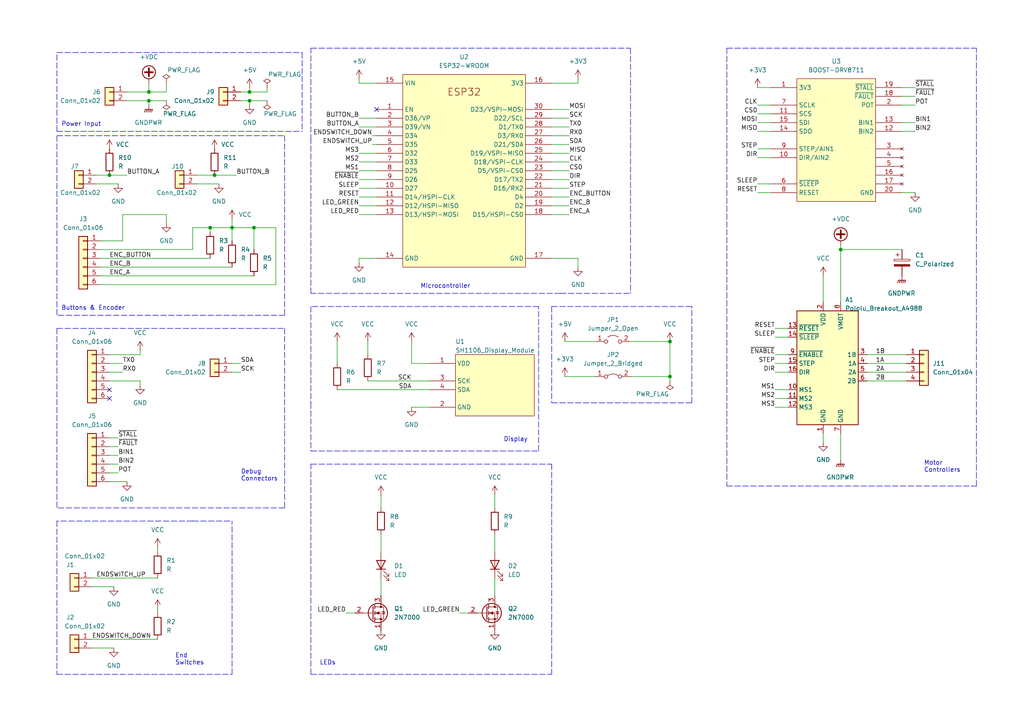
<source format=kicad_sch>
(kicad_sch (version 20211123) (generator eeschema)
  (paper "A4")
  (title_block (title "Router Lift Proto1") (date "2022-04-09") (rev "000") (company "MuMaLab"))
  (lib_symbols
    (symbol "Connector_Generic:Conn_01x02" (pin_names (offset 1.016) hide)
      (property "Reference" "J" (at 0 2.54 0))
      (property "Value" "Conn_01x02" (at 0 -5.08 0))
      (symbol "Conn_01x02_1_1"
        (rectangle (start -1.27 -2.413) (end 0 -2.667) (stroke (width 0.1524)))
        (rectangle (start -1.27 0.127) (end 0 -0.127) (stroke (width 0.1524)))
        (rectangle (start -1.27 1.27) (end 1.27 -3.81) (stroke (width 0.254)) (fill (type background)))
        (pin passive line (at -5.08 0 0) (length 3.81) (name "Pin_1") (number "1"))
        (pin passive line (at -5.08 -2.54 0) (length 3.81) (name "Pin_2") (number "2"))
      )
    )
    (symbol "Connector_Generic:Conn_01x04" (pin_names (offset 1.016) hide)
      (property "Reference" "J" (at 0 5.08 0))
      (property "Value" "Conn_01x04" (at 0 -7.62 0))
      (symbol "Conn_01x04_1_1"
        (rectangle (start -1.27 -4.953) (end 0 -5.207) (stroke (width 0.1524)))
        (rectangle (start -1.27 -2.413) (end 0 -2.667) (stroke (width 0.1524)))
        (rectangle (start -1.27 0.127) (end 0 -0.127) (stroke (width 0.1524)))
        (rectangle (start -1.27 2.667) (end 0 2.413) (stroke (width 0.1524)))
        (rectangle (start -1.27 3.81) (end 1.27 -6.35) (stroke (width 0.254)) (fill (type background)))
        (pin passive line (at -5.08 2.54 0) (length 3.81) (name "Pin_1") (number "1"))
        (pin passive line (at -5.08 0 0) (length 3.81) (name "Pin_2") (number "2"))
        (pin passive line (at -5.08 -2.54 0) (length 3.81) (name "Pin_3") (number "3"))
        (pin passive line (at -5.08 -5.08 0) (length 3.81) (name "Pin_4") (number "4"))
      )
    )
    (symbol "Connector_Generic:Conn_01x06" (pin_names (offset 1.016) hide)
      (property "Reference" "J" (at 0 7.62 0))
      (property "Value" "Conn_01x06" (at 0 -10.16 0))
      (symbol "Conn_01x06_1_1"
        (rectangle (start -1.27 -7.493) (end 0 -7.747) (stroke (width 0.1524)))
        (rectangle (start -1.27 -4.953) (end 0 -5.207) (stroke (width 0.1524)))
        (rectangle (start -1.27 -2.413) (end 0 -2.667) (stroke (width 0.1524)))
        (rectangle (start -1.27 0.127) (end 0 -0.127) (stroke (width 0.1524)))
        (rectangle (start -1.27 2.667) (end 0 2.413) (stroke (width 0.1524)))
        (rectangle (start -1.27 5.207) (end 0 4.953) (stroke (width 0.1524)))
        (rectangle (start -1.27 6.35) (end 1.27 -8.89) (stroke (width 0.254)) (fill (type background)))
        (pin passive line (at -5.08 5.08 0) (length 3.81) (name "Pin_1") (number "1"))
        (pin passive line (at -5.08 2.54 0) (length 3.81) (name "Pin_2") (number "2"))
        (pin passive line (at -5.08 0 0) (length 3.81) (name "Pin_3") (number "3"))
        (pin passive line (at -5.08 -2.54 0) (length 3.81) (name "Pin_4") (number "4"))
        (pin passive line (at -5.08 -5.08 0) (length 3.81) (name "Pin_5") (number "5"))
        (pin passive line (at -5.08 -7.62 0) (length 3.81) (name "Pin_6") (number "6"))
      )
    )
    (symbol "Device:C_Polarized" (pin_numbers hide) (pin_names (offset 0.254))
      (property "Reference" "C" (at 0.635 2.54 0))
      (property "Value" "C_Polarized" (at 0.635 -2.54 0))
      (symbol "C_Polarized_0_1"
        (rectangle (start -2.286 0.508) (end 2.286 1.016))
        (polyline (pts (xy -1.778 2.286) (xy -0.762 2.286)))
        (polyline (pts (xy -1.27 2.794) (xy -1.27 1.778)))
        (rectangle (start 2.286 -0.508) (end -2.286 -1.016) (fill (type outline)))
      )
      (symbol "C_Polarized_1_1"
        (pin passive line (at 0 3.81 270) (length 2.794) (name "~") (number "1"))
        (pin passive line (at 0 -3.81 90) (length 2.794) (name "~") (number "2"))
      )
    )
    (symbol "Device:LED" (pin_numbers hide) (pin_names (offset 1.016) hide)
      (property "Reference" "D" (at 0 2.54 0))
      (property "Value" "LED" (at 0 -2.54 0))
      (symbol "LED_0_1"
        (polyline (pts (xy -1.27 -1.27) (xy -1.27 1.27)) (stroke (width 0.254)))
        (polyline (pts (xy -1.27 0) (xy 1.27 0)))
        (polyline (pts (xy 1.27 -1.27) (xy 1.27 1.27) (xy -1.27 0) (xy 1.27 -1.27)) (stroke (width 0.254)))
        (polyline (pts (xy -3.048 -0.762) (xy -4.572 -2.286) (xy -3.81 -2.286) (xy -4.572 -2.286) (xy -4.572 -1.524)))
        (polyline (pts (xy -1.778 -0.762) (xy -3.302 -2.286) (xy -2.54 -2.286) (xy -3.302 -2.286) (xy -3.302 -1.524)))
      )
      (symbol "LED_1_1"
        (pin passive line (at -3.81 0 0) (length 2.54) (name "K") (number "1"))
        (pin passive line (at 3.81 0 180) (length 2.54) (name "A") (number "2"))
      )
    )
    (symbol "Device:R" (pin_numbers hide) (pin_names (offset 0))
      (property "Reference" "R" (at 2.032 0 90))
      (property "Value" "R" (at 0 0 90))
      (symbol "R_0_1"
        (rectangle (start -1.016 -2.54) (end 1.016 2.54) (stroke (width 0.254)))
      )
      (symbol "R_1_1"
        (pin passive line (at 0 3.81 270) (length 1.27) (name "~") (number "1"))
        (pin passive line (at 0 -3.81 90) (length 1.27) (name "~") (number "2"))
      )
    )
    (symbol "Display_Module:SH1106_Display_Module"
      (property "Reference" "U" (at 0 5.08 0))
      (property "Value" "SH1106_Display_Module" (at 0 2.54 0))
      (symbol "SH1106_Display_Module_0_0"
        (rectangle (start 0 2.54) (end 22.86 -15.24) (fill (type background)))
      )
      (symbol "SH1106_Display_Module_1_1"
        (pin power_in line (at -7.62 0 0) (length 7.62) (name "VDD") (number "1"))
        (pin power_in line (at -7.62 -12.7 0) (length 7.62) (name "GND") (number "2"))
        (pin input line (at -7.62 -5.08 0) (length 7.62) (name "SCK") (number "3"))
        (pin bidirectional line (at -7.62 -7.62 0) (length 7.62) (name "SDA") (number "4"))
      )
    )
    (symbol "Driver_Motor:BOOST-DRV8711"
      (property "Reference" "U" (at -7.62 2.54 0))
      (property "Value" "BOOST-DRV8711" (at -7.62 0 0))
      (symbol "BOOST-DRV8711_0_1"
        (rectangle (start -7.62 0) (end 15.24 -35.56) (fill (type background)))
      )
      (symbol "BOOST-DRV8711_1_1"
        (pin power_in line (at -15.24 -2.54 0) (length 7.62) (name "3V3") (number "1"))
        (pin input line (at -15.24 -22.86 0) (length 7.62) (name "DIR/AIN2") (number "10"))
        (pin input line (at -15.24 -10.16 0) (length 7.62) (name "SCS") (number "11"))
        (pin output line (at 22.86 -15.24 180) (length 7.62) (name "BIN2") (number "12"))
        (pin output line (at 22.86 -12.7 180) (length 7.62) (name "BIN1") (number "13"))
        (pin output line (at -15.24 -15.24 0) (length 7.62) (name "SDO") (number "14"))
        (pin input line (at -15.24 -12.7 0) (length 7.62) (name "SDI") (number "15"))
        (pin no_connect line (at 22.86 -27.94 180) (length 7.62) (name "") (number "16"))
        (pin no_connect line (at 22.86 -30.48 180) (length 7.62) (name "") (number "17"))
        (pin output line (at 22.86 -5.08 180) (length 7.62) (name "~{FAULT}") (number "18"))
        (pin output line (at 22.86 -2.54 180) (length 7.62) (name "~{STALL}") (number "19"))
        (pin output line (at 22.86 -7.62 180) (length 7.62) (name "POT") (number "2"))
        (pin power_in line (at 22.86 -33.02 180) (length 7.62) (name "GND") (number "20"))
        (pin no_connect line (at 22.86 -20.32 180) (length 7.62) (name "") (number "3"))
        (pin no_connect line (at 22.86 -22.86 180) (length 7.62) (name "") (number "4"))
        (pin no_connect line (at 22.86 -25.4 180) (length 7.62) (name "") (number "5"))
        (pin input line (at -15.24 -30.48 0) (length 7.62) (name "~{SLEEP}") (number "6"))
        (pin input line (at -15.24 -7.62 0) (length 7.62) (name "SCLK") (number "7"))
        (pin input line (at -15.24 -33.02 0) (length 7.62) (name "RESET") (number "8"))
        (pin input line (at -15.24 -20.32 0) (length 7.62) (name "STEP/AIN1") (number "9"))
      )
    )
    (symbol "Driver_Motor:Pololu_Breakout_A4988"
      (property "Reference" "A" (at -2.54 19.05 0))
      (property "Value" "Pololu_Breakout_A4988" (at -2.54 16.51 0))
      (symbol "Pololu_Breakout_A4988_0_1"
        (rectangle (start 10.16 -17.78) (end -7.62 15.24) (stroke (width 0.254)) (fill (type background)))
      )
      (symbol "Pololu_Breakout_A4988_1_1"
        (pin power_in line (at 0 -20.32 90) (length 2.54) (name "GND") (number "1"))
        (pin input line (at -10.16 -7.62 0) (length 2.54) (name "MS1") (number "10"))
        (pin input line (at -10.16 -10.16 0) (length 2.54) (name "MS2") (number "11"))
        (pin input line (at -10.16 -12.7 0) (length 2.54) (name "MS3") (number "12"))
        (pin input line (at -10.16 10.16 0) (length 2.54) (name "~{RESET}") (number "13"))
        (pin input line (at -10.16 7.62 0) (length 2.54) (name "~{SLEEP}") (number "14"))
        (pin input line (at -10.16 0 0) (length 2.54) (name "STEP") (number "15"))
        (pin input line (at -10.16 -2.54 0) (length 2.54) (name "DIR") (number "16"))
        (pin power_in line (at 0 17.78 270) (length 2.54) (name "VDD") (number "2"))
        (pin output line (at 12.7 2.54 180) (length 2.54) (name "1B") (number "3"))
        (pin output line (at 12.7 0 180) (length 2.54) (name "1A") (number "4"))
        (pin output line (at 12.7 -2.54 180) (length 2.54) (name "2A") (number "5"))
        (pin output line (at 12.7 -5.08 180) (length 2.54) (name "2B") (number "6"))
        (pin power_in line (at 5.08 -20.32 90) (length 2.54) (name "GND") (number "7"))
        (pin power_in line (at 5.08 17.78 270) (length 2.54) (name "VMOT") (number "8"))
        (pin input line (at -10.16 2.54 0) (length 2.54) (name "~{ENABLE}") (number "9"))
      )
    )
    (symbol "ESP32-DevKits:ESP32-WROOM"
      (property "Reference" "U" (at -17.78 35.56 0))
      (property "Value" "ESP32-WROOM" (at -17.78 33.02 0))
      (symbol "ESP32-WROOM_0_0"
        (text "ESP32" (at 0 27.94 0) (effects (font (size 2.032 2.032))))
      )
      (symbol "ESP32-WROOM_0_1"
        (rectangle (start -17.78 33.02) (end 17.78 -22.86) (fill (type background)))
      )
      (symbol "ESP32-WROOM_1_1"
        (pin input line (at -25.4 22.86 0) (length 7.62) (name "EN") (number "1"))
        (pin bidirectional line (at -25.4 0 0) (length 7.62) (name "D27") (number "10"))
        (pin bidirectional line (at -25.4 -2.54 0) (length 7.62) (name "D14/HSPI-CLK") (number "11"))
        (pin bidirectional line (at -25.4 -5.08 0) (length 7.62) (name "D12/HSPI-MISO") (number "12"))
        (pin bidirectional line (at -25.4 -7.62 0) (length 7.62) (name "D13/HSPI-MOSI") (number "13"))
        (pin power_in line (at -25.4 -20.32 0) (length 7.62) (name "GND") (number "14"))
        (pin power_in line (at -25.4 30.48 0) (length 7.62) (name "VIN") (number "15"))
        (pin power_out line (at 25.4 30.48 180) (length 7.62) (name "3V3") (number "16"))
        (pin power_in line (at 25.4 -20.32 180) (length 7.62) (name "GND") (number "17"))
        (pin bidirectional line (at 25.4 -7.62 180) (length 7.62) (name "D15/HSPI-CS0") (number "18"))
        (pin bidirectional line (at 25.4 -5.08 180) (length 7.62) (name "D2") (number "19"))
        (pin input line (at -25.4 20.32 0) (length 7.62) (name "D36/VP") (number "2"))
        (pin bidirectional line (at 25.4 -2.54 180) (length 7.62) (name "D4") (number "20"))
        (pin bidirectional line (at 25.4 0 180) (length 7.62) (name "D16/RX2") (number "21"))
        (pin bidirectional line (at 25.4 2.54 180) (length 7.62) (name "D17/TX2") (number "22"))
        (pin bidirectional line (at 25.4 5.08 180) (length 7.62) (name "D5/VSPI-CS0") (number "23"))
        (pin bidirectional line (at 25.4 7.62 180) (length 7.62) (name "D18/VSPI-CLK") (number "24"))
        (pin bidirectional line (at 25.4 10.16 180) (length 7.62) (name "D19/VSPI-MISO") (number "25"))
        (pin bidirectional line (at 25.4 12.7 180) (length 7.62) (name "D21/SDA") (number "26"))
        (pin bidirectional line (at 25.4 15.24 180) (length 7.62) (name "D3/RX0") (number "27"))
        (pin bidirectional line (at 25.4 17.78 180) (length 7.62) (name "D1/TX0") (number "28"))
        (pin bidirectional line (at 25.4 20.32 180) (length 7.62) (name "D22/SCL") (number "29"))
        (pin input line (at -25.4 17.78 0) (length 7.62) (name "D39/VN") (number "3"))
        (pin bidirectional line (at 25.4 22.86 180) (length 7.62) (name "D23/VSPI-MOSI") (number "30"))
        (pin input line (at -25.4 15.24 0) (length 7.62) (name "D34") (number "4"))
        (pin input line (at -25.4 12.7 0) (length 7.62) (name "D35") (number "5"))
        (pin bidirectional line (at -25.4 10.16 0) (length 7.62) (name "D32") (number "6"))
        (pin bidirectional line (at -25.4 7.62 0) (length 7.62) (name "D33") (number "7"))
        (pin bidirectional line (at -25.4 5.08 0) (length 7.62) (name "D25") (number "8"))
        (pin bidirectional line (at -25.4 2.54 0) (length 7.62) (name "D26") (number "9"))
      )
    )
    (symbol "Jumper:Jumper_2_Bridged" (pin_names (offset 0) hide)
      (property "Reference" "JP" (at 0 1.905 0))
      (property "Value" "Jumper_2_Bridged" (at 0 -2.54 0))
      (symbol "Jumper_2_Bridged_0_0"
        (circle (center -2.032 0) (radius 0.508))
        (circle (center 2.032 0) (radius 0.508))
      )
      (symbol "Jumper_2_Bridged_0_1"
        (arc (start 1.524 0.254) (mid 0 0.762) (end -1.524 0.254))
      )
      (symbol "Jumper_2_Bridged_1_1"
        (pin passive line (at -5.08 0 0) (length 2.54) (name "A") (number "1"))
        (pin passive line (at 5.08 0 180) (length 2.54) (name "B") (number "2"))
      )
    )
    (symbol "Jumper:Jumper_2_Open" (pin_names (offset 0) hide)
      (property "Reference" "JP" (at 0 2.794 0))
      (property "Value" "Jumper_2_Open" (at 0 -2.286 0))
      (symbol "Jumper_2_Open_0_0"
        (circle (center -2.032 0) (radius 0.508))
        (circle (center 2.032 0) (radius 0.508))
      )
      (symbol "Jumper_2_Open_0_1"
        (arc (start 1.524 1.27) (mid 0 1.778) (end -1.524 1.27))
      )
      (symbol "Jumper_2_Open_1_1"
        (pin passive line (at -5.08 0 0) (length 2.54) (name "A") (number "1"))
        (pin passive line (at 5.08 0 180) (length 2.54) (name "B") (number "2"))
      )
    )
    (symbol "Transistor_FET:2N7000" (pin_names hide)
      (property "Reference" "Q" (at 5.08 1.905 0))
      (property "Value" "2N7000" (at 5.08 0 0))
      (symbol "2N7000_0_1"
        (polyline (pts (xy 0.254 0) (xy -2.54 0)))
        (polyline (pts (xy 0.254 1.905) (xy 0.254 -1.905)) (stroke (width 0.254)))
        (polyline (pts (xy 0.762 -1.27) (xy 0.762 -2.286)) (stroke (width 0.254)))
        (polyline (pts (xy 0.762 0.508) (xy 0.762 -0.508)) (stroke (width 0.254)))
        (polyline (pts (xy 0.762 2.286) (xy 0.762 1.27)) (stroke (width 0.254)))
        (polyline (pts (xy 2.54 2.54) (xy 2.54 1.778)))
        (polyline (pts (xy 2.54 -2.54) (xy 2.54 0) (xy 0.762 0)))
        (polyline (pts (xy 0.762 -1.778) (xy 3.302 -1.778) (xy 3.302 1.778) (xy 0.762 1.778)))
        (polyline (pts (xy 1.016 0) (xy 2.032 0.381) (xy 2.032 -0.381) (xy 1.016 0)) (fill (type outline)))
        (polyline (pts (xy 2.794 0.508) (xy 2.921 0.381) (xy 3.683 0.381) (xy 3.81 0.254)))
        (polyline (pts (xy 3.302 0.381) (xy 2.921 -0.254) (xy 3.683 -0.254) (xy 3.302 0.381)))
        (circle (center 1.651 0) (radius 2.794) (stroke (width 0.254)))
        (circle (center 2.54 -1.778) (radius 0.254) (fill (type outline)))
        (circle (center 2.54 1.778) (radius 0.254) (fill (type outline)))
      )
      (symbol "2N7000_1_1"
        (pin passive line (at 2.54 -5.08 90) (length 2.54) (name "S") (number "1"))
        (pin input line (at -5.08 0 0) (length 2.54) (name "G") (number "2"))
        (pin passive line (at 2.54 5.08 270) (length 2.54) (name "D") (number "3"))
      )
    )
    (symbol "power:+3.3V" (power) (pin_names (offset 0))
      (property "Value" "+3.3V" (at 0 3.556 0))
      (symbol "+3.3V_0_1"
        (polyline (pts (xy -0.762 1.27) (xy 0 2.54)))
        (polyline (pts (xy 0 0) (xy 0 2.54)))
        (polyline (pts (xy 0 2.54) (xy 0.762 1.27)))
      )
      (symbol "+3.3V_1_1"
        (pin power_in line (at 0 0 90) (length 0) hide (name "+3V3") (number "1"))
      )
    )
    (symbol "power:+5V" (power) (pin_names (offset 0))
      (property "Value" "+5V" (at 0 3.556 0))
      (symbol "+5V_0_1"
        (polyline (pts (xy -0.762 1.27) (xy 0 2.54)))
        (polyline (pts (xy 0 0) (xy 0 2.54)))
        (polyline (pts (xy 0 2.54) (xy 0.762 1.27)))
      )
      (symbol "+5V_1_1"
        (pin power_in line (at 0 0 90) (length 0) hide (name "+5V") (number "1"))
      )
    )
    (symbol "power:+VDC" (power) (pin_names (offset 0))
      (property "Value" "+VDC" (at 0 6.35 0))
      (symbol "+VDC_0_1"
        (polyline (pts (xy -1.143 3.175) (xy 1.143 3.175)) (stroke (width 0.508)))
        (polyline (pts (xy 0 0) (xy 0 1.27)))
        (polyline (pts (xy 0 2.032) (xy 0 4.318)) (stroke (width 0.508)))
        (circle (center 0 3.175) (radius 1.905) (stroke (width 0.254)))
      )
      (symbol "+VDC_1_1"
        (pin power_in line (at 0 0 90) (length 0) hide (name "+VDC") (number "1"))
      )
    )
    (symbol "power:GND" (power) (pin_names (offset 0))
      (property "Value" "GND" (at 0 -3.81 0))
      (symbol "GND_0_1"
        (polyline (pts (xy 0 0) (xy 0 -1.27) (xy 1.27 -1.27) (xy 0 -2.54) (xy -1.27 -1.27) (xy 0 -1.27)))
      )
      (symbol "GND_1_1"
        (pin power_in line (at 0 0 270) (length 0) hide (name "GND") (number "1"))
      )
    )
    (symbol "power:GNDPWR" (power) (pin_names (offset 0))
      (property "Value" "GNDPWR" (at 0 -3.302 0))
      (symbol "GNDPWR_0_1"
        (polyline (pts (xy 0 -1.27) (xy 0 0)))
        (polyline (pts (xy -1.016 -1.27) (xy -1.27 -2.032) (xy -1.27 -2.032)) (stroke (width 0.2032)))
        (polyline (pts (xy -0.508 -1.27) (xy -0.762 -2.032) (xy -0.762 -2.032)) (stroke (width 0.2032)))
        (polyline (pts (xy 0 -1.27) (xy -0.254 -2.032) (xy -0.254 -2.032)) (stroke (width 0.2032)))
        (polyline (pts (xy 0.508 -1.27) (xy 0.254 -2.032) (xy 0.254 -2.032)) (stroke (width 0.2032)))
        (polyline (pts (xy 1.016 -1.27) (xy -1.016 -1.27) (xy -1.016 -1.27)) (stroke (width 0.2032)))
        (polyline (pts (xy 1.016 -1.27) (xy 0.762 -2.032) (xy 0.762 -2.032) (xy 0.762 -2.032)) (stroke (width 0.2032)))
      )
      (symbol "GNDPWR_1_1"
        (pin power_in line (at 0 0 270) (length 0) hide (name "GNDPWR") (number "1"))
      )
    )
    (symbol "power:PWR_FLAG" (power) (pin_numbers hide) (pin_names (offset 0) hide)
      (property "Value" "PWR_FLAG" (at 0 3.81 0))
      (symbol "PWR_FLAG_0_0"
        (pin power_out line (at 0 0 90) (length 0) (name "pwr") (number "1"))
      )
      (symbol "PWR_FLAG_0_1"
        (polyline (pts (xy 0 0) (xy 0 1.27) (xy -1.016 1.905) (xy 0 2.54) (xy 1.016 1.905) (xy 0 1.27)))
      )
    )
    (symbol "power:VCC" (power) (pin_names (offset 0))
      (property "Value" "VCC" (at 0 3.81 0))
      (symbol "VCC_0_1"
        (polyline (pts (xy -0.762 1.27) (xy 0 2.54)))
        (polyline (pts (xy 0 0) (xy 0 2.54)))
        (polyline (pts (xy 0 2.54) (xy 0.762 1.27)))
      )
      (symbol "VCC_1_1"
        (pin power_in line (at 0 0 90) (length 0) hide (name "VCC") (number "1"))
      )
    )
  )
  (junction (at 73.66 66.04))
  (junction (at 31.75 50.8))
  (junction (at 60.96 66.04))
  (junction (at 72.39 29.21))
  (junction (at 72.39 26.67))
  (junction (at 243.84 72.39))
  (junction (at 194.31 109.22))
  (junction (at 67.31 66.04))
  (junction (at 43.18 26.67))
  (junction (at 62.23 50.8))
  (junction (at 43.18 29.21))
  (junction (at 194.31 99.06))
  (no_connect (at 109.22 31.75))
  (no_connect (at 31.75 115.57))
  (no_connect (at 31.75 113.03))
  (wire (pts (xy 160.02 39.37) (xy 165.1 39.37)))
  (wire (pts (xy 26.67 167.64) (xy 45.72 167.64)))
  (polyline (pts (xy 90.17 88.9) (xy 90.17 116.84)))
  (polyline (pts (xy 67.31 195.58) (xy 67.31 151.13)))
  (wire (pts (xy 143.51 167.64) (xy 143.51 172.72)))
  (wire (pts (xy 251.46 105.41) (xy 262.89 105.41)))
  (polyline (pts (xy 210.82 13.97) (xy 283.21 13.97)))
  (wire (pts (xy 29.21 77.47) (xy 67.31 77.47)))
  (polyline (pts (xy 160.02 134.62) (xy 160.02 195.58)))
  (wire (pts (xy 251.46 107.95) (xy 262.89 107.95)))
  (wire (pts (xy 31.75 105.41) (xy 35.56 105.41)))
  (wire (pts (xy 261.62 35.56) (xy 265.43 35.56)))
  (wire (pts (xy 45.72 176.53) (xy 45.72 177.8)))
  (wire (pts (xy 160.02 54.61) (xy 165.1 54.61)))
  (polyline (pts (xy 55.88 151.13) (xy 67.31 151.13)))
  (wire (pts (xy 243.84 71.12) (xy 243.84 72.39)))
  (wire (pts (xy 31.75 50.8) (xy 36.83 50.8)))
  (wire (pts (xy 104.14 54.61) (xy 109.22 54.61)))
  (wire (pts (xy 72.39 29.21) (xy 77.47 29.21)))
  (wire (pts (xy 251.46 110.49) (xy 262.89 110.49)))
  (wire (pts (xy 31.75 102.87) (xy 40.64 102.87)))
  (wire (pts (xy 104.14 62.23) (xy 109.22 62.23)))
  (wire (pts (xy 77.47 25.4) (xy 77.47 26.67)))
  (wire (pts (xy 104.14 59.69) (xy 109.22 59.69)))
  (wire (pts (xy 110.49 167.64) (xy 110.49 172.72)))
  (wire (pts (xy 73.66 66.04) (xy 67.31 66.04)))
  (wire (pts (xy 29.21 82.55) (xy 80.01 82.55)))
  (wire (pts (xy 72.39 26.67) (xy 77.47 26.67)))
  (wire (pts (xy 107.95 41.91) (xy 109.22 41.91)))
  (wire (pts (xy 219.71 43.18) (xy 223.52 43.18)))
  (wire (pts (xy 261.62 27.94) (xy 265.43 27.94)))
  (polyline (pts (xy 182.88 13.97) (xy 182.88 85.09)))
  (wire (pts (xy 104.14 36.83) (xy 109.22 36.83)))
  (wire (pts (xy 55.88 66.04) (xy 60.96 66.04)))
  (wire (pts (xy 57.15 50.8) (xy 62.23 50.8)))
  (wire (pts (xy 31.75 134.62) (xy 34.29 134.62)))
  (polyline (pts (xy 16.51 15.24) (xy 87.63 15.24)))
  (wire (pts (xy 43.18 29.21) (xy 48.26 29.21)))
  (wire (pts (xy 104.14 46.99) (xy 109.22 46.99)))
  (wire (pts (xy 160.02 44.45) (xy 165.1 44.45)))
  (wire (pts (xy 160.02 24.13) (xy 167.64 24.13)))
  (wire (pts (xy 106.68 99.06) (xy 106.68 102.87)))
  (wire (pts (xy 110.49 154.94) (xy 110.49 160.02)))
  (wire (pts (xy 26.67 187.96) (xy 33.02 187.96)))
  (polyline (pts (xy 156.21 130.81) (xy 156.21 88.9)))
  (polyline (pts (xy 16.51 38.1) (xy 87.63 38.1)))
  (wire (pts (xy 133.35 177.8) (xy 135.89 177.8)))
  (wire (pts (xy 40.64 110.49) (xy 40.64 111.76)))
  (wire (pts (xy 29.21 74.93) (xy 60.96 74.93)))
  (polyline (pts (xy 16.51 151.13) (xy 16.51 195.58)))
  (wire (pts (xy 219.71 33.02) (xy 223.52 33.02)))
  (polyline (pts (xy 160.02 88.9) (xy 200.66 88.9)))
  (wire (pts (xy 57.15 53.34) (xy 63.5 53.34)))
  (polyline (pts (xy 16.51 39.37) (xy 16.51 91.44)))
  (wire (pts (xy 104.14 52.07) (xy 109.22 52.07)))
  (wire (pts (xy 182.88 99.06) (xy 194.31 99.06)))
  (wire (pts (xy 110.49 143.51) (xy 110.49 147.32)))
  (wire (pts (xy 224.79 105.41) (xy 228.6 105.41)))
  (wire (pts (xy 261.62 38.1) (xy 265.43 38.1)))
  (polyline (pts (xy 162.56 85.09) (xy 90.17 85.09)))
  (wire (pts (xy 251.46 102.87) (xy 262.89 102.87)))
  (wire (pts (xy 224.79 115.57) (xy 228.6 115.57)))
  (polyline (pts (xy 90.17 130.81) (xy 156.21 130.81)))
  (wire (pts (xy 31.75 137.16) (xy 34.29 137.16)))
  (polyline (pts (xy 210.82 140.97) (xy 283.21 140.97)))
  (wire (pts (xy 261.62 55.88) (xy 265.43 55.88)))
  (wire (pts (xy 69.85 26.67) (xy 72.39 26.67)))
  (wire (pts (xy 97.79 113.03) (xy 124.46 113.03)))
  (wire (pts (xy 143.51 143.51) (xy 143.51 147.32)))
  (wire (pts (xy 109.22 24.13) (xy 104.14 24.13)))
  (wire (pts (xy 224.79 102.87) (xy 228.6 102.87)))
  (polyline (pts (xy 90.17 195.58) (xy 90.17 134.62)))
  (wire (pts (xy 261.62 30.48) (xy 265.43 30.48)))
  (wire (pts (xy 104.14 24.13) (xy 104.14 22.86)))
  (wire (pts (xy 60.96 66.04) (xy 67.31 66.04)))
  (wire (pts (xy 31.75 127) (xy 34.29 127)))
  (wire (pts (xy 27.94 50.8) (xy 31.75 50.8)))
  (polyline (pts (xy 162.56 85.09) (xy 182.88 85.09)))
  (wire (pts (xy 73.66 66.04) (xy 73.66 72.39)))
  (wire (pts (xy 160.02 46.99) (xy 165.1 46.99)))
  (wire (pts (xy 31.75 132.08) (xy 34.29 132.08)))
  (wire (pts (xy 80.01 66.04) (xy 73.66 66.04)))
  (polyline (pts (xy 82.55 39.37) (xy 82.55 91.44)))
  (wire (pts (xy 167.64 24.13) (xy 167.64 22.86)))
  (polyline (pts (xy 210.82 13.97) (xy 210.82 140.97)))
  (polyline (pts (xy 82.55 91.44) (xy 16.51 91.44)))
  (wire (pts (xy 43.18 26.67) (xy 43.18 24.13)))
  (wire (pts (xy 163.83 109.22) (xy 172.72 109.22)))
  (wire (pts (xy 60.96 67.31) (xy 60.96 66.04)))
  (polyline (pts (xy 16.51 38.1) (xy 16.51 15.24)))
  (wire (pts (xy 31.75 129.54) (xy 34.29 129.54)))
  (wire (pts (xy 224.79 113.03) (xy 228.6 113.03)))
  (wire (pts (xy 29.21 69.85) (xy 35.56 69.85)))
  (polyline (pts (xy 156.21 88.9) (xy 90.17 88.9)))
  (wire (pts (xy 40.64 102.87) (xy 40.64 101.6)))
  (wire (pts (xy 104.14 44.45) (xy 109.22 44.45)))
  (wire (pts (xy 67.31 66.04) (xy 67.31 69.85)))
  (wire (pts (xy 243.84 72.39) (xy 243.84 87.63)))
  (wire (pts (xy 26.67 185.42) (xy 45.72 185.42)))
  (polyline (pts (xy 90.17 116.84) (xy 90.17 130.81)))
  (polyline (pts (xy 16.51 95.25) (xy 16.51 147.32)))
  (wire (pts (xy 160.02 31.75) (xy 165.1 31.75)))
  (polyline (pts (xy 90.17 134.62) (xy 160.02 134.62)))
  (wire (pts (xy 69.85 29.21) (xy 72.39 29.21)))
  (polyline (pts (xy 160.02 88.9) (xy 160.02 116.84)))
  (wire (pts (xy 219.71 35.56) (xy 223.52 35.56)))
  (wire (pts (xy 160.02 62.23) (xy 165.1 62.23)))
  (wire (pts (xy 219.71 38.1) (xy 223.52 38.1)))
  (wire (pts (xy 62.23 50.8) (xy 68.58 50.8)))
  (wire (pts (xy 67.31 107.95) (xy 69.85 107.95)))
  (wire (pts (xy 48.26 62.23) (xy 48.26 64.77)))
  (wire (pts (xy 219.71 55.88) (xy 223.52 55.88)))
  (wire (pts (xy 119.38 105.41) (xy 124.46 105.41)))
  (polyline (pts (xy 16.51 39.37) (xy 82.55 39.37)))
  (wire (pts (xy 26.67 170.18) (xy 33.02 170.18)))
  (wire (pts (xy 35.56 62.23) (xy 48.26 62.23)))
  (wire (pts (xy 243.84 72.39) (xy 261.62 72.39)))
  (wire (pts (xy 100.33 177.8) (xy 102.87 177.8)))
  (wire (pts (xy 80.01 82.55) (xy 80.01 66.04)))
  (wire (pts (xy 45.72 158.75) (xy 45.72 160.02)))
  (wire (pts (xy 119.38 99.06) (xy 119.38 105.41)))
  (polyline (pts (xy 200.66 116.84) (xy 200.66 88.9)))
  (wire (pts (xy 36.83 29.21) (xy 43.18 29.21)))
  (wire (pts (xy 35.56 69.85) (xy 35.56 62.23)))
  (wire (pts (xy 143.51 154.94) (xy 143.51 160.02)))
  (polyline (pts (xy 160.02 116.84) (xy 200.66 116.84)))
  (polyline (pts (xy 90.17 40.64) (xy 90.17 13.97)))
  (polyline (pts (xy 82.55 147.32) (xy 16.51 147.32)))
  (wire (pts (xy 224.79 97.79) (xy 228.6 97.79)))
  (wire (pts (xy 160.02 52.07) (xy 165.1 52.07)))
  (polyline (pts (xy 55.88 151.13) (xy 16.51 151.13)))
  (polyline (pts (xy 90.17 85.09) (xy 90.17 40.64)))
  (polyline (pts (xy 82.55 95.25) (xy 82.55 147.32)))
  (wire (pts (xy 43.18 26.67) (xy 48.26 26.67)))
  (wire (pts (xy 160.02 49.53) (xy 165.1 49.53)))
  (polyline (pts (xy 90.17 13.97) (xy 182.88 13.97)))
  (wire (pts (xy 27.94 53.34) (xy 34.29 53.34)))
  (wire (pts (xy 31.75 110.49) (xy 40.64 110.49)))
  (wire (pts (xy 243.84 125.73) (xy 243.84 133.35)))
  (polyline (pts (xy 16.51 95.25) (xy 82.55 95.25)))
  (wire (pts (xy 119.38 118.11) (xy 124.46 118.11)))
  (wire (pts (xy 219.71 25.4) (xy 223.52 25.4)))
  (wire (pts (xy 238.76 87.63) (xy 238.76 80.01)))
  (wire (pts (xy 48.26 24.13) (xy 48.26 26.67)))
  (wire (pts (xy 224.79 95.25) (xy 228.6 95.25)))
  (wire (pts (xy 29.21 80.01) (xy 73.66 80.01)))
  (wire (pts (xy 238.76 125.73) (xy 238.76 128.27)))
  (wire (pts (xy 72.39 26.67) (xy 72.39 25.4)))
  (wire (pts (xy 31.75 139.7) (xy 36.83 139.7)))
  (wire (pts (xy 67.31 105.41) (xy 69.85 105.41)))
  (wire (pts (xy 55.88 72.39) (xy 55.88 66.04)))
  (wire (pts (xy 219.71 53.34) (xy 223.52 53.34)))
  (polyline (pts (xy 283.21 140.97) (xy 283.21 13.97)))
  (wire (pts (xy 167.64 74.93) (xy 167.64 77.47)))
  (wire (pts (xy 43.18 29.21) (xy 43.18 30.48)))
  (wire (pts (xy 219.71 45.72) (xy 223.52 45.72)))
  (wire (pts (xy 194.31 109.22) (xy 194.31 99.06)))
  (wire (pts (xy 261.62 25.4) (xy 265.43 25.4)))
  (wire (pts (xy 104.14 49.53) (xy 109.22 49.53)))
  (wire (pts (xy 160.02 59.69) (xy 165.1 59.69)))
  (wire (pts (xy 224.79 118.11) (xy 228.6 118.11)))
  (wire (pts (xy 104.14 74.93) (xy 104.14 76.2)))
  (wire (pts (xy 160.02 74.93) (xy 167.64 74.93)))
  (wire (pts (xy 160.02 34.29) (xy 165.1 34.29)))
  (wire (pts (xy 29.21 72.39) (xy 55.88 72.39)))
  (wire (pts (xy 194.31 109.22) (xy 194.31 110.49)))
  (wire (pts (xy 182.88 109.22) (xy 194.31 109.22)))
  (polyline (pts (xy 87.63 15.24) (xy 87.63 38.1)))
  (wire (pts (xy 163.83 99.06) (xy 172.72 99.06)))
  (wire (pts (xy 106.68 110.49) (xy 124.46 110.49)))
  (wire (pts (xy 109.22 74.93) (xy 104.14 74.93)))
  (wire (pts (xy 104.14 34.29) (xy 109.22 34.29)))
  (polyline (pts (xy 90.17 195.58) (xy 160.02 195.58)))
  (wire (pts (xy 107.95 39.37) (xy 109.22 39.37)))
  (wire (pts (xy 219.71 30.48) (xy 223.52 30.48)))
  (wire (pts (xy 160.02 57.15) (xy 165.1 57.15)))
  (wire (pts (xy 97.79 99.06) (xy 97.79 105.41)))
  (wire (pts (xy 104.14 57.15) (xy 109.22 57.15)))
  (wire (pts (xy 31.75 107.95) (xy 35.56 107.95)))
  (wire (pts (xy 36.83 26.67) (xy 43.18 26.67)))
  (wire (pts (xy 67.31 66.04) (xy 67.31 63.5)))
  (wire (pts (xy 160.02 36.83) (xy 165.1 36.83)))
  (polyline (pts (xy 16.51 195.58) (xy 67.31 195.58)))
  (wire (pts (xy 160.02 41.91) (xy 165.1 41.91)))
  (wire (pts (xy 224.79 107.95) (xy 228.6 107.95)))
  (wire (pts (xy 72.39 29.21) (xy 72.39 30.48)))
  (text "Debug\nConnectors" (at 69.85 139.7 0) (effects (font (size 1.27 1.27)) (justify left bottom)))
  (text "Buttons & Encoder" (at 17.78 90.17 0) (effects (font (size 1.27 1.27)) (justify left bottom)))
  (text "Power Input" (at 17.78 36.83 0) (effects (font (size 1.27 1.27)) (justify left bottom)))
  (text "Microcontroller" (at 121.92 83.82 0) (effects (font (size 1.27 1.27)) (justify left bottom)))
  (text "LEDs" (at 92.71 193.04 0) (effects (font (size 1.27 1.27)) (justify left bottom)))
  (text "Display" (at 146.05 128.27 0) (effects (font (size 1.27 1.27)) (justify left bottom)))
  (text "End\nSwitches" (at 50.8 193.04 0) (effects (font (size 1.27 1.27)) (justify left bottom)))
  (text "Motor \nControllers\n" (at 267.97 137.16 0) (effects (font (size 1.27 1.27)) (justify left bottom)))
  (label "LED_GREEN" (at 104.14 59.69 180))
  (label "SCK" (at 165.1 34.29 0))
  (label "SLEEP" (at 224.79 97.79 180))
  (label "BIN1" (at 34.29 132.08 0))
  (label "SDA" (at 119.38 113.03 180))
  (label "~{FAULT}" (at 34.29 129.54 0))
  (label "MISO" (at 219.71 38.1 180))
  (label "BUTTON_B" (at 104.14 34.29 180))
  (label "STEP" (at 165.1 54.61 0))
  (label "SDA" (at 69.85 105.41 0))
  (label "MS3" (at 224.79 118.11 180))
  (label "DIR" (at 224.79 107.95 180))
  (label "2B" (at 254 110.49 0))
  (label "STEP" (at 224.79 105.41 180))
  (label "SDA" (at 165.1 41.91 0))
  (label "DIR" (at 165.1 52.07 0))
  (label "ENDSWITCH_UP" (at 107.95 41.91 180))
  (label "RX0" (at 165.1 39.37 0))
  (label "ENDSWITCH_UP" (at 27.94 167.64 0))
  (label "~{FAULT}" (at 265.43 27.94 0))
  (label "MS2" (at 104.14 46.99 180))
  (label "~{ENABLE}" (at 104.14 52.07 180))
  (label "ENC_A" (at 165.1 62.23 0))
  (label "POT" (at 265.43 30.48 0))
  (label "1B" (at 254 102.87 0))
  (label "BIN2" (at 34.29 134.62 0))
  (label "BUTTON_A" (at 36.83 50.8 0))
  (label "BUTTON_A" (at 104.14 36.83 180))
  (label "MOSI" (at 219.71 35.56 180))
  (label "BIN1" (at 265.43 35.56 0))
  (label "~{STALL}" (at 265.43 25.4 0))
  (label "RX0" (at 35.56 107.95 0))
  (label "2A" (at 254 107.95 0))
  (label "LED_RED" (at 104.14 62.23 180))
  (label "BIN2" (at 265.43 38.1 0))
  (label "ENC_B" (at 165.1 59.69 0))
  (label "ENDSWITCH_DOWN" (at 107.95 39.37 180))
  (label "MS1" (at 104.14 49.53 180))
  (label "1A" (at 254 105.41 0))
  (label "ENC_BUTTON" (at 31.75 74.93 0))
  (label "CS0" (at 165.1 49.53 0))
  (label "TX0" (at 35.56 105.41 0))
  (label "CS0" (at 219.71 33.02 180))
  (label "STEP" (at 219.71 43.18 180))
  (label "DIR" (at 219.71 45.72 180))
  (label "~{STALL}" (at 34.29 127 0))
  (label "CLK" (at 165.1 46.99 0))
  (label "LED_RED" (at 100.33 177.8 180))
  (label "MS2" (at 224.79 115.57 180))
  (label "MISO" (at 165.1 44.45 0))
  (label "SLEEP" (at 104.14 54.61 180))
  (label "ENC_A" (at 31.75 80.01 0))
  (label "POT" (at 34.29 137.16 0))
  (label "TX0" (at 165.1 36.83 0))
  (label "LED_GREEN" (at 133.35 177.8 180))
  (label "RESET" (at 219.71 55.88 180))
  (label "SLEEP" (at 219.71 53.34 180))
  (label "ENC_BUTTON" (at 165.1 57.15 0))
  (label "RESET" (at 104.14 57.15 180))
  (label "SCK" (at 119.38 110.49 180))
  (label "ENC_B" (at 31.75 77.47 0))
  (label "BUTTON_B" (at 68.58 50.8 0))
  (label "MS3" (at 104.14 44.45 180))
  (label "SCK" (at 69.85 107.95 0))
  (label "ENDSWITCH_DOWN" (at 26.67 185.42 0))
  (label "MS1" (at 224.79 113.03 180))
  (label "RESET" (at 224.79 95.25 180))
  (label "MOSI" (at 165.1 31.75 0))
  (label "~{ENABLE}" (at 224.79 102.87 180))
  (label "CLK" (at 219.71 30.48 180))
  (symbol (lib_id "Connector_Generic:Conn_01x06") (at 24.13 74.93 0) (mirror y) (unit 1)
    (property "Reference" "J3" (at 24.13 63.5 0))
    (property "Value" "Conn_01x06" (at 24.13 66.04 0))
    (property "Footprint" "TerminalBlock_TE-Connectivity:TerminalBlock_TE_282834-6_1x06_P2.54mm_Horizontal" (effects hide))
    (property "Datasheet" "https://www.te.com/deu-de/product-282834-6.html" (effects hide))
  )
  (symbol (lib_id "Connector_Generic:Conn_01x02") (at 62.23 105.41 0) (mirror y) (unit 1)
    (property "Reference" "J8" (at 59.69 105.4099 0) (effects (justify left)))
    (property "Value" "Conn_01x02" (at 59.69 107.9499 0) (effects (justify left)))
    (property "Footprint" "TerminalBlock_TE-Connectivity:TerminalBlock_TE_282834-2_1x02_P2.54mm_Horizontal" (effects hide))
    (property "Datasheet" "https://www.te.com/deu-de/product-282834-2.html" (effects hide))
  )
  (symbol (lib_id "power:+VDC") (at 243.84 71.12 0) (unit 1)
    (property "Reference" "#PWR034" (effects hide))
    (property "Value" "+VDC" (at 243.84 63.5 0))
  )
  (symbol (lib_id "power:GND") (at 36.83 139.7 0) (unit 1)
    (property "Reference" "#PWR03" (effects hide))
    (property "Value" "GND" (at 36.83 144.78 0))
  )
  (symbol (lib_id "power:GND") (at 48.26 64.77 0) (unit 1)
    (property "Reference" "#PWR011" (effects hide))
    (property "Value" "GND" (at 48.26 69.85 0))
  )
  (symbol (lib_id "power:PWR_FLAG") (at 48.26 29.21 180) (unit 1)
    (property "Reference" "#FLG0104" (effects hide))
    (property "Value" "PWR_FLAG" (at 52.07 33.02 0))
  )
  (symbol (lib_id "power:GNDPWR") (at 243.84 133.35 0) (unit 1)
    (property "Reference" "#PWR035" (effects hide))
    (property "Value" "GNDPWR" (at 243.713 138.43 0))
  )
  (symbol (lib_id "power:GND") (at 40.64 111.76 0) (unit 1)
    (property "Reference" "#PWR05" (effects hide))
    (property "Value" "GND" (at 40.64 116.84 0))
  )
  (symbol (lib_id "power:VCC") (at 31.75 43.18 0) (unit 1)
    (property "Reference" "#PWR020" (effects hide))
    (property "Value" "VCC" (at 35.56 41.91 0))
  )
  (symbol (lib_id "power:+3.3V") (at 163.83 109.22 0) (unit 1)
    (property "Reference" "#PWR027" (effects hide))
    (property "Value" "+3.3V" (at 163.83 104.14 0))
  )
  (symbol (lib_id "power:VCC") (at 194.31 99.06 0) (unit 1)
    (property "Reference" "#PWR030" (effects hide))
    (property "Value" "VCC" (at 194.31 93.98 0))
  )
  (symbol (lib_id "power:GND") (at 119.38 118.11 0) (unit 1)
    (property "Reference" "#PWR023" (effects hide))
    (property "Value" "GND" (at 119.38 123.19 0))
  )
  (symbol (lib_id "Device:C_Polarized") (at 261.62 76.2 0) (unit 1)
    (property "Reference" "C1" (at 265.43 74.0409 0) (effects (justify left)))
    (property "Value" "C_Polarized" (at 265.43 76.5809 0) (effects (justify left)))
    (property "Footprint" "Capacitor_THT:CP_Radial_D6.3mm_P2.50mm" (effects hide))
  )
  (symbol (lib_id "power:+5V") (at 72.39 25.4 0) (unit 1)
    (property "Reference" "#PWR013" (effects hide))
    (property "Value" "+5V" (at 72.39 20.32 0))
  )
  (symbol (lib_id "power:GND") (at 34.29 53.34 0) (unit 1)
    (property "Reference" "#PWR08" (effects hide))
    (property "Value" "GND" (at 34.29 58.42 0))
  )
  (symbol (lib_id "Device:R") (at 60.96 71.12 0) (unit 1)
    (property "Reference" "R3" (at 63.5 69.8499 0) (effects (justify left)))
    (property "Value" "R" (at 63.5 72.3899 0) (effects (justify left)))
    (property "Footprint" "Resistor_THT:R_Axial_DIN0207_L6.3mm_D2.5mm_P10.16mm_Horizontal" (effects hide))
  )
  (symbol (lib_id "power:VCC") (at 97.79 99.06 0) (unit 1)
    (property "Reference" "#PWR016" (effects hide))
    (property "Value" "VCC" (at 97.79 93.98 0))
  )
  (symbol (lib_id "power:PWR_FLAG") (at 48.26 24.13 0) (unit 1)
    (property "Reference" "#FLG0103" (effects hide))
    (property "Value" "PWR_FLAG" (at 53.34 20.32 0))
  )
  (symbol (lib_id "power:PWR_FLAG") (at 77.47 29.21 180) (unit 1)
    (property "Reference" "#FLG0102" (effects hide))
    (property "Value" "PWR_FLAG" (at 81.28 33.02 0))
  )
  (symbol (lib_id "Device:R") (at 45.72 181.61 0) (unit 1)
    (property "Reference" "R2" (at 48.26 180.3399 0) (effects (justify left)))
    (property "Value" "R" (at 48.26 182.8799 0) (effects (justify left)))
    (property "Footprint" "Resistor_THT:R_Axial_DIN0207_L6.3mm_D2.5mm_P10.16mm_Horizontal" (effects hide))
  )
  (symbol (lib_id "ESP32-DevKits:ESP32-WROOM") (at 134.62 54.61 0) (unit 1)
    (property "Reference" "U2" (at 134.62 16.51 0))
    (property "Value" "ESP32-WROOM" (at 134.62 19.05 0))
    (property "Footprint" "ESP32-DevKits:ESP32-WROOM" (effects hide))
  )
  (symbol (lib_id "power:+5V") (at 163.83 99.06 0) (unit 1)
    (property "Reference" "#PWR026" (effects hide))
    (property "Value" "+5V" (at 163.83 93.98 0))
  )
  (symbol (lib_id "Device:R") (at 31.75 46.99 0) (unit 1)
    (property "Reference" "R10" (at 34.29 45.7199 0) (effects (justify left)))
    (property "Value" "R" (at 34.29 48.2599 0) (effects (justify left)))
    (property "Footprint" "Resistor_THT:R_Axial_DIN0207_L6.3mm_D2.5mm_P10.16mm_Horizontal" (effects hide))
  )
  (symbol (lib_id "Driver_Motor:BOOST-DRV8711") (at 238.76 22.86 0) (unit 1)
    (property "Reference" "U3" (at 242.57 17.78 0))
    (property "Value" "BOOST-DRV8711" (at 242.57 20.32 0))
    (property "Footprint" "Module:TI_BOOST_DRV8711" (effects hide))
  )
  (symbol (lib_id "power:PWR_FLAG") (at 77.47 25.4 0) (unit 1)
    (property "Reference" "#FLG0101" (effects hide))
    (property "Value" "PWR_FLAG" (at 82.55 21.59 0))
  )
  (symbol (lib_id "Device:R") (at 97.79 109.22 0) (unit 1)
    (property "Reference" "R6" (at 100.33 107.9499 0) (effects (justify left)))
    (property "Value" "R" (at 100.33 110.4899 0) (effects (justify left)))
    (property "Footprint" "Resistor_THT:R_Axial_DIN0207_L6.3mm_D2.5mm_P10.16mm_Horizontal" (effects hide))
  )
  (symbol (lib_id "Connector_Generic:Conn_01x02") (at 21.59 167.64 0) (mirror y) (unit 1)
    (property "Reference" "J1" (at 21.59 163.83 0) (effects (justify left)))
    (property "Value" "Conn_01x02" (at 30.48 161.29 0) (effects (justify left)))
    (property "Footprint" "TerminalBlock_TE-Connectivity:TerminalBlock_TE_282834-2_1x02_P2.54mm_Horizontal" (effects hide))
    (property "Datasheet" "https://www.te.com/deu-de/product-282834-2.html" (effects hide))
  )
  (symbol (lib_id "Device:R") (at 106.68 106.68 0) (unit 1)
    (property "Reference" "R7" (at 109.22 105.4099 0) (effects (justify left)))
    (property "Value" "R" (at 109.22 107.9499 0) (effects (justify left)))
    (property "Footprint" "Resistor_THT:R_Axial_DIN0207_L6.3mm_D2.5mm_P10.16mm_Horizontal" (effects hide))
  )
  (symbol (lib_id "Device:R") (at 143.51 151.13 0) (unit 1)
    (property "Reference" "R9" (at 146.05 149.8599 0) (effects (justify left)))
    (property "Value" "R" (at 146.05 152.3999 0) (effects (justify left)))
    (property "Footprint" "Resistor_THT:R_Axial_DIN0207_L6.3mm_D2.5mm_P10.16mm_Horizontal" (effects hide))
  )
  (symbol (lib_id "Jumper:Jumper_2_Bridged") (at 177.8 109.22 0) (unit 1)
    (property "Reference" "JP2" (at 177.8 102.87 0))
    (property "Value" "Jumper_2_Bridged" (at 177.8 105.41 0))
    (property "Footprint" "Connector_PinHeader_2.54mm:PinHeader_1x02_P2.54mm_Vertical" (effects hide))
  )
  (symbol (lib_id "Device:R") (at 73.66 76.2 0) (unit 1)
    (property "Reference" "R5" (at 76.2 74.9299 0) (effects (justify left)))
    (property "Value" "R" (at 76.2 77.4699 0) (effects (justify left)))
    (property "Footprint" "Resistor_THT:R_Axial_DIN0207_L6.3mm_D2.5mm_P10.16mm_Horizontal" (effects hide))
  )
  (symbol (lib_id "power:GND") (at 104.14 76.2 0) (unit 1)
    (property "Reference" "#PWR018" (effects hide))
    (property "Value" "GND" (at 104.14 81.28 0))
  )
  (symbol (lib_id "power:VCC") (at 62.23 43.18 0) (unit 1)
    (property "Reference" "#PWR024" (effects hide))
    (property "Value" "VCC" (at 66.04 41.91 0))
  )
  (symbol (lib_id "power:GND") (at 110.49 182.88 0) (unit 1)
    (property "Reference" "#PWR021" (effects hide))
    (property "Value" "GND" (at 110.49 187.96 0))
  )
  (symbol (lib_id "power:PWR_FLAG") (at 194.31 110.49 180) (unit 1)
    (property "Reference" "#FLG0105" (effects hide))
    (property "Value" "PWR_FLAG" (at 189.23 114.3 0))
  )
  (symbol (lib_id "Device:R") (at 110.49 151.13 0) (unit 1)
    (property "Reference" "R8" (at 113.03 149.8599 0) (effects (justify left)))
    (property "Value" "R" (at 113.03 152.3999 0) (effects (justify left)))
    (property "Footprint" "Resistor_THT:R_Axial_DIN0207_L6.3mm_D2.5mm_P10.16mm_Horizontal" (effects hide))
  )
  (symbol (lib_id "Connector_Generic:Conn_01x06") (at 26.67 107.95 0) (mirror y) (unit 1)
    (property "Reference" "J4" (at 26.67 96.52 0))
    (property "Value" "Conn_01x06" (at 26.67 99.06 0))
    (property "Footprint" "TerminalBlock_TE-Connectivity:TerminalBlock_TE_282834-6_1x06_P2.54mm_Horizontal" (effects hide))
    (property "Datasheet" "https://www.te.com/deu-de/product-282834-6.html" (effects hide))
  )
  (symbol (lib_id "power:VCC") (at 67.31 63.5 0) (unit 1)
    (property "Reference" "#PWR012" (effects hide))
    (property "Value" "VCC" (at 71.12 62.23 0))
  )
  (symbol (lib_id "power:GND") (at 33.02 187.96 0) (unit 1)
    (property "Reference" "#PWR02" (effects hide))
    (property "Value" "GND" (at 33.02 193.04 0))
  )
  (symbol (lib_id "Connector_Generic:Conn_01x04") (at 267.97 105.41 0) (unit 1)
    (property "Reference" "J11" (at 270.51 105.4099 0) (effects (justify left)))
    (property "Value" "Conn_01x04" (at 270.51 107.9499 0) (effects (justify left)))
    (property "Footprint" "TerminalBlock_TE-Connectivity:TerminalBlock_TE_282834-4_1x04_P2.54mm_Horizontal" (effects hide))
    (property "Datasheet" "https://www.te.com/deu-de/product-282834-4.html" (effects hide))
  )
  (symbol (lib_id "Device:LED") (at 143.51 163.83 90) (unit 1)
    (property "Reference" "D2" (at 147.32 164.1474 90) (effects (justify right)))
    (property "Value" "LED" (at 147.32 166.6874 90) (effects (justify right)))
    (property "Footprint" "LED_THT:LED_D3.0mm" (effects hide))
  )
  (symbol (lib_id "Connector_Generic:Conn_01x02") (at 52.07 50.8 0) (mirror y) (unit 1)
    (property "Reference" "J10" (at 53.34 48.26 0) (effects (justify left)))
    (property "Value" "Conn_01x02" (at 57.15 55.88 0) (effects (justify left)))
    (property "Footprint" "TerminalBlock_TE-Connectivity:TerminalBlock_TE_282834-2_1x02_P2.54mm_Horizontal" (effects hide))
    (property "Datasheet" "https://www.te.com/deu-de/product-282834-2.html" (effects hide))
  )
  (symbol (lib_id "power:VCC") (at 143.51 143.51 0) (unit 1)
    (property "Reference" "#PWR0101" (effects hide))
    (property "Value" "VCC" (at 143.51 138.43 0))
  )
  (symbol (lib_id "Connector_Generic:Conn_01x02") (at 21.59 185.42 0) (mirror y) (unit 1)
    (property "Reference" "J2" (at 21.59 179.07 0) (effects (justify left)))
    (property "Value" "Conn_01x02" (at 30.48 181.61 0) (effects (justify left)))
    (property "Footprint" "TerminalBlock_TE-Connectivity:TerminalBlock_TE_282834-2_1x02_P2.54mm_Horizontal" (effects hide))
    (property "Datasheet" "https://www.te.com/deu-de/product-282834-2.html" (effects hide))
  )
  (symbol (lib_id "Connector_Generic:Conn_01x02") (at 31.75 26.67 0) (mirror y) (unit 1)
    (property "Reference" "J6" (at 29.21 26.6699 0) (effects (justify left)))
    (property "Value" "Conn_01x02" (at 29.21 29.2099 0) (effects (justify left)))
    (property "Footprint" "TerminalBlock_TE-Connectivity:TerminalBlock_TE_282834-2_1x02_P2.54mm_Horizontal" (effects hide))
    (property "Datasheet" "https://www.te.com/deu-de/product-282834-2.html" (effects hide))
  )
  (symbol (lib_id "Transistor_FET:2N7000") (at 107.95 177.8 0) (unit 1)
    (property "Reference" "Q1" (at 114.3 176.5299 0) (effects (justify left)))
    (property "Value" "2N7000" (at 114.3 179.0699 0) (effects (justify left)))
    (property "Footprint" "Package_TO_SOT_THT:TO-92_Inline_Wide" (effects hide))
    (property "Datasheet" "https://www.onsemi.com/pub/Collateral/NDS7002A-D.PDF" (effects hide))
  )
  (symbol (lib_id "Connector_Generic:Conn_01x02") (at 22.86 50.8 0) (mirror y) (unit 1)
    (property "Reference" "J7" (at 22.86 48.26 0) (effects (justify left)))
    (property "Value" "Conn_01x02" (at 29.21 55.88 0) (effects (justify left)))
    (property "Footprint" "TerminalBlock_TE-Connectivity:TerminalBlock_TE_282834-2_1x02_P2.54mm_Horizontal" (effects hide))
    (property "Datasheet" "https://www.te.com/deu-de/product-282834-2.html" (effects hide))
  )
  (symbol (lib_id "power:+3.3V") (at 219.71 25.4 0) (unit 1)
    (property "Reference" "#PWR031" (effects hide))
    (property "Value" "+3.3V" (at 219.71 20.32 0))
  )
  (symbol (lib_id "Connector_Generic:Conn_01x02") (at 64.77 26.67 0) (mirror y) (unit 1)
    (property "Reference" "J9" (at 62.23 26.6699 0) (effects (justify left)))
    (property "Value" "Conn_01x02" (at 62.23 29.2099 0) (effects (justify left)))
    (property "Footprint" "TerminalBlock_TE-Connectivity:TerminalBlock_TE_282834-2_1x02_P2.54mm_Horizontal" (effects hide))
    (property "Datasheet" "https://www.te.com/deu-de/product-282834-2.html" (effects hide))
  )
  (symbol (lib_id "Device:R") (at 62.23 46.99 0) (unit 1)
    (property "Reference" "R11" (at 64.77 45.7199 0) (effects (justify left)))
    (property "Value" "R" (at 64.77 48.2599 0) (effects (justify left)))
    (property "Footprint" "Resistor_THT:R_Axial_DIN0207_L6.3mm_D2.5mm_P10.16mm_Horizontal" (effects hide))
  )
  (symbol (lib_id "power:GND") (at 167.64 77.47 0) (mirror y) (unit 1)
    (property "Reference" "#PWR029" (effects hide))
    (property "Value" "GND" (at 167.64 82.55 0))
  )
  (symbol (lib_id "power:VCC") (at 45.72 158.75 0) (unit 1)
    (property "Reference" "#PWR09" (effects hide))
    (property "Value" "VCC" (at 45.72 153.67 0))
  )
  (symbol (lib_id "Display_Module:SH1106_Display_Module") (at 132.08 105.41 0) (unit 1)
    (property "Reference" "U1" (at 132.08 99.06 0) (effects (justify left)))
    (property "Value" "SH1106_Display_Module" (at 132.08 101.6 0) (effects (justify left)))
    (property "Footprint" "Display:SH1106_Makershop" (effects hide))
  )
  (symbol (lib_id "Driver_Motor:Pololu_Breakout_A4988") (at 238.76 105.41 0) (unit 1)
    (property "Reference" "A1" (at 245.11 87.63 0) (effects (justify left bottom)))
    (property "Value" "Pololu_Breakout_A4988" (at 245.11 90.17 0) (effects (justify left bottom)))
    (property "Footprint" "Module:Pololu_Breakout-16_15.2x20.3mm" (effects hide))
    (property "Datasheet" "https://www.pololu.com/product/2980/pictures" (effects hide))
  )
  (symbol (lib_id "Connector_Generic:Conn_01x06") (at 26.67 132.08 0) (mirror y) (unit 1)
    (property "Reference" "J5" (at 26.67 120.65 0))
    (property "Value" "Conn_01x06" (at 26.67 123.19 0))
    (property "Footprint" "TerminalBlock_TE-Connectivity:TerminalBlock_TE_282834-6_1x06_P2.54mm_Horizontal" (effects hide))
    (property "Datasheet" "https://www.te.com/deu-de/product-282834-6.html" (effects hide))
  )
  (symbol (lib_id "Jumper:Jumper_2_Open") (at 177.8 99.06 0) (unit 1)
    (property "Reference" "JP1" (at 177.8 92.71 0))
    (property "Value" "Jumper_2_Open" (at 177.8 95.25 0))
    (property "Footprint" "Connector_PinHeader_2.54mm:PinHeader_1x02_P2.54mm_Vertical" (effects hide))
  )
  (symbol (lib_id "power:GND") (at 33.02 170.18 0) (unit 1)
    (property "Reference" "#PWR01" (effects hide))
    (property "Value" "GND" (at 33.02 175.26 0))
  )
  (symbol (lib_id "Device:R") (at 67.31 73.66 0) (unit 1)
    (property "Reference" "R4" (at 69.85 72.3899 0) (effects (justify left)))
    (property "Value" "R" (at 69.85 74.9299 0) (effects (justify left)))
    (property "Footprint" "Resistor_THT:R_Axial_DIN0207_L6.3mm_D2.5mm_P10.16mm_Horizontal" (effects hide))
  )
  (symbol (lib_id "power:GND") (at 265.43 55.88 0) (unit 1)
    (property "Reference" "#PWR037" (effects hide))
    (property "Value" "GND" (at 265.43 60.96 0))
  )
  (symbol (lib_id "power:VCC") (at 45.72 176.53 0) (unit 1)
    (property "Reference" "#PWR010" (effects hide))
    (property "Value" "VCC" (at 45.72 171.45 0))
  )
  (symbol (lib_id "power:GND") (at 63.5 53.34 0) (unit 1)
    (property "Reference" "#PWR015" (effects hide))
    (property "Value" "GND" (at 63.5 58.42 0))
  )
  (symbol (lib_id "power:GND") (at 238.76 128.27 0) (unit 1)
    (property "Reference" "#PWR033" (effects hide))
    (property "Value" "GND" (at 238.76 133.35 0))
  )
  (symbol (lib_id "power:GNDPWR") (at 261.62 80.01 0) (unit 1)
    (property "Reference" "#PWR036" (effects hide))
    (property "Value" "GNDPWR" (at 261.493 85.09 0))
  )
  (symbol (lib_id "power:VCC") (at 119.38 99.06 0) (unit 1)
    (property "Reference" "#PWR022" (effects hide))
    (property "Value" "VCC" (at 119.38 93.98 0))
  )
  (symbol (lib_id "Device:LED") (at 110.49 163.83 90) (unit 1)
    (property "Reference" "D1" (at 114.3 164.1474 90) (effects (justify right)))
    (property "Value" "LED" (at 114.3 166.6874 90) (effects (justify right)))
    (property "Footprint" "LED_THT:LED_D3.0mm" (effects hide))
  )
  (symbol (lib_id "power:VCC") (at 106.68 99.06 0) (unit 1)
    (property "Reference" "#PWR019" (effects hide))
    (property "Value" "VCC" (at 106.68 93.98 0))
  )
  (symbol (lib_id "power:VCC") (at 40.64 101.6 0) (unit 1)
    (property "Reference" "#PWR04" (effects hide))
    (property "Value" "VCC" (at 40.64 96.52 0))
  )
  (symbol (lib_id "power:VCC") (at 110.49 143.51 0) (unit 1)
    (property "Reference" "#PWR0102" (effects hide))
    (property "Value" "VCC" (at 110.49 138.43 0))
  )
  (symbol (lib_id "power:GND") (at 143.51 182.88 0) (unit 1)
    (property "Reference" "#PWR025" (effects hide))
    (property "Value" "GND" (at 143.51 187.96 0))
  )
  (symbol (lib_id "power:+VDC") (at 43.18 24.13 0) (unit 1)
    (property "Reference" "#PWR06" (effects hide))
    (property "Value" "+VDC" (at 43.18 16.51 0))
  )
  (symbol (lib_id "power:+3.3V") (at 167.64 22.86 0) (unit 1)
    (property "Reference" "#PWR028" (effects hide))
    (property "Value" "+3.3V" (at 167.64 17.78 0))
  )
  (symbol (lib_id "Device:R") (at 45.72 163.83 0) (unit 1)
    (property "Reference" "R1" (at 48.26 162.5599 0) (effects (justify left)))
    (property "Value" "R" (at 48.26 165.0999 0) (effects (justify left)))
    (property "Footprint" "Resistor_THT:R_Axial_DIN0207_L6.3mm_D2.5mm_P10.16mm_Horizontal" (effects hide))
  )
  (symbol (lib_id "power:VCC") (at 238.76 80.01 0) (unit 1)
    (property "Reference" "#PWR032" (effects hide))
    (property "Value" "VCC" (at 238.76 74.93 0))
  )
  (symbol (lib_id "power:GNDPWR") (at 43.18 30.48 0) (unit 1)
    (property "Reference" "#PWR07" (effects hide))
    (property "Value" "GNDPWR" (at 43.053 35.56 0))
  )
  (symbol (lib_id "power:+5V") (at 104.14 22.86 0) (unit 1)
    (property "Reference" "#PWR017" (effects hide))
    (property "Value" "+5V" (at 104.14 17.78 0))
  )
  (symbol (lib_id "Transistor_FET:2N7000") (at 140.97 177.8 0) (unit 1)
    (property "Reference" "Q2" (at 147.32 176.5299 0) (effects (justify left)))
    (property "Value" "2N7000" (at 147.32 179.0699 0) (effects (justify left)))
    (property "Footprint" "Package_TO_SOT_THT:TO-92_Inline_Wide" (effects hide))
    (property "Datasheet" "https://www.onsemi.com/pub/Collateral/NDS7002A-D.PDF" (effects hide))
  )
  (symbol (lib_id "power:GND") (at 72.39 30.48 0) (unit 1)
    (property "Reference" "#PWR014" (effects hide))
    (property "Value" "GND" (at 72.39 35.56 0))
  )
)
</source>
